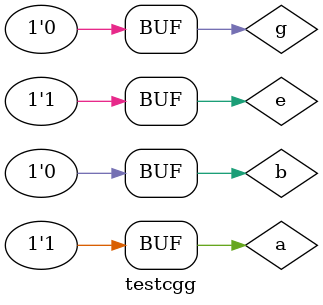
<source format=v>
`timescale 1ns/1ns
module testcgg();
  reg a=0,b=0,e=0,g=0;
  wire w;
  CGG test1(a,b,e,g,w);
  initial begin 
  a=1;
  #(50) a=0;b=1;e=1;
  #(50) a=1;g=1;
  #(50) a=0;b=0;e=0;g=0;
  #(50) b=1;e=1;g=1;
  #(50) b=0;a=1;g=0;
  end
endmodule

  
  

</source>
